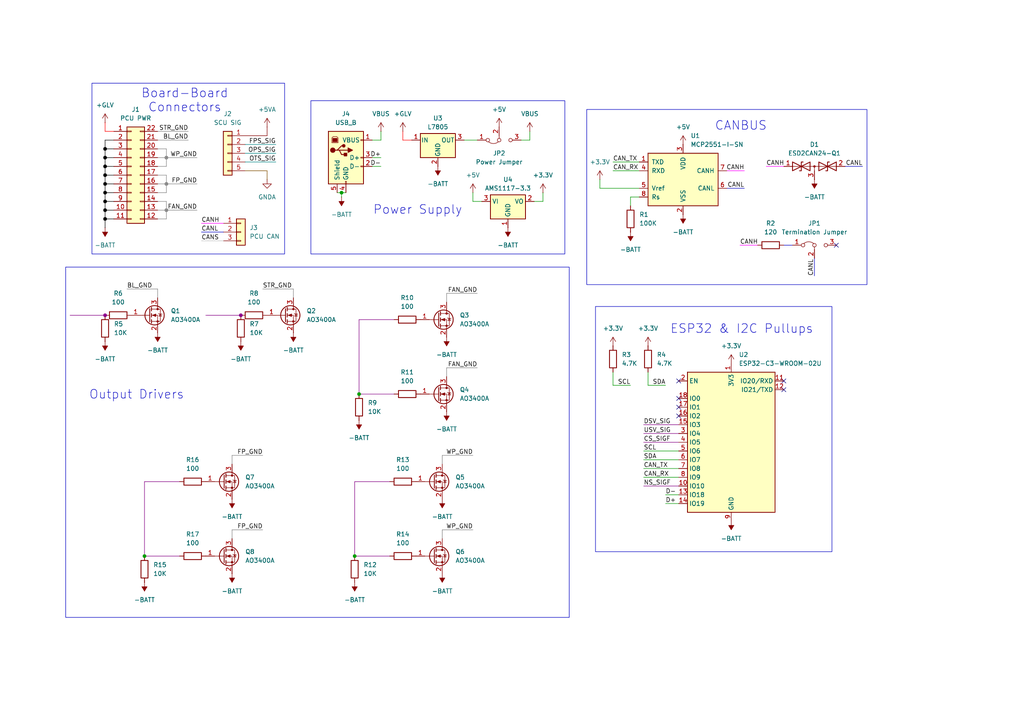
<source format=kicad_sch>
(kicad_sch (version 20231120) (generator "eeschema") (generator_version "8.0")
  (paper "A4")
  (lib_symbols
    (symbol "Connector:USB_B" (pin_names (offset 1.016))
      (property "Reference" "J" (at -5.08 11.43 0))
      (property "Value" "USB_B" (at -5.08 8.89 0))
      (symbol "USB_B_0_1"
        (rectangle (start -5.08 -7.62) (end 5.08 7.62) (stroke (width 0.254)) (fill (type background)))
        (circle (center -3.81 2.159) (radius 0.635) (stroke (width 0.254)) (fill (type outline)))
        (rectangle (start -3.81 5.588) (end -2.54 4.572) (fill (type outline)))
        (circle (center -0.635 3.429) (radius 0.381) (stroke (width 0.254)) (fill (type outline)))
        (rectangle (start -0.127 -7.62) (end 0.127 -6.858))
        (polyline (pts (xy -1.905 2.159) (xy 0.635 2.159)) (stroke (width 0.254)))
        (polyline (pts (xy -3.175 2.159) (xy -2.54 2.159) (xy -1.27 3.429) (xy -0.635 3.429)) (stroke (width 0.254)))
        (polyline (pts (xy -2.54 2.159) (xy -1.905 2.159) (xy -1.27 0.889) (xy 0 0.889)) (stroke (width 0.254)))
        (polyline (pts (xy 0.635 2.794) (xy 0.635 1.524) (xy 1.905 2.159) (xy 0.635 2.794)) (stroke (width 0.254)) (fill (type outline)))
        (polyline (pts (xy -4.064 4.318) (xy -2.286 4.318) (xy -2.286 5.715) (xy -2.667 6.096) (xy -3.683 6.096) (xy -4.064 5.715) (xy -4.064 4.318)))
        (rectangle (start 0.254 1.27) (end -0.508 0.508) (stroke (width 0.254)) (fill (type outline)))
        (rectangle (start 5.08 -2.667) (end 4.318 -2.413))
        (rectangle (start 5.08 -0.127) (end 4.318 0.127))
        (rectangle (start 5.08 4.953) (end 4.318 5.207))
      )
      (symbol "USB_B_1_1"
        (pin power_out line (at 7.62 5.08 180) (length 2.54) (name "VBUS") (number "1"))
        (pin bidirectional line (at 7.62 -2.54 180) (length 2.54) (name "D-") (number "2"))
        (pin bidirectional line (at 7.62 0 180) (length 2.54) (name "D+") (number "3"))
        (pin power_out line (at 0 -10.16 90) (length 2.54) (name "GND") (number "4"))
        (pin passive line (at -2.54 -10.16 90) (length 2.54) (name "Shield") (number "5"))
      )
    )
    (symbol "Connector_Generic:Conn_01x03" (pin_names (offset 1.016) hide)
      (property "Reference" "J" (at 0 5.08 0))
      (property "Value" "Conn_01x03" (at 0 -5.08 0))
      (symbol "Conn_01x03_1_1"
        (rectangle (start -1.27 -2.413) (end 0 -2.667) (stroke (width 0.1524)))
        (rectangle (start -1.27 0.127) (end 0 -0.127) (stroke (width 0.1524)))
        (rectangle (start -1.27 2.667) (end 0 2.413) (stroke (width 0.1524)))
        (rectangle (start -1.27 3.81) (end 1.27 -3.81) (stroke (width 0.254)) (fill (type background)))
        (pin passive line (at -5.08 2.54 0) (length 3.81) (name "Pin_1") (number "1"))
        (pin passive line (at -5.08 0 0) (length 3.81) (name "Pin_2") (number "2"))
        (pin passive line (at -5.08 -2.54 0) (length 3.81) (name "Pin_3") (number "3"))
      )
    )
    (symbol "Connector_Generic:Conn_01x05" (pin_names (offset 1.016) hide)
      (property "Reference" "J" (at 0 7.62 0))
      (property "Value" "Conn_01x05" (at 0 -7.62 0))
      (symbol "Conn_01x05_1_1"
        (rectangle (start -1.27 -4.953) (end 0 -5.207) (stroke (width 0.1524)))
        (rectangle (start -1.27 -2.413) (end 0 -2.667) (stroke (width 0.1524)))
        (rectangle (start -1.27 0.127) (end 0 -0.127) (stroke (width 0.1524)))
        (rectangle (start -1.27 2.667) (end 0 2.413) (stroke (width 0.1524)))
        (rectangle (start -1.27 5.207) (end 0 4.953) (stroke (width 0.1524)))
        (rectangle (start -1.27 6.35) (end 1.27 -6.35) (stroke (width 0.254)) (fill (type background)))
        (pin passive line (at -5.08 5.08 0) (length 3.81) (name "Pin_1") (number "1"))
        (pin passive line (at -5.08 2.54 0) (length 3.81) (name "Pin_2") (number "2"))
        (pin passive line (at -5.08 0 0) (length 3.81) (name "Pin_3") (number "3"))
        (pin passive line (at -5.08 -2.54 0) (length 3.81) (name "Pin_4") (number "4"))
        (pin passive line (at -5.08 -5.08 0) (length 3.81) (name "Pin_5") (number "5"))
      )
    )
    (symbol "Connector_Generic:Conn_02x11_Counter_Clockwise" (pin_names (offset 1.016) hide)
      (property "Reference" "J" (at 1.27 15.24 0))
      (property "Value" "Conn_02x11_Counter_Clockwise" (at 1.27 -15.24 0))
      (symbol "Conn_02x11_Counter_Clockwise_1_1"
        (rectangle (start -1.27 -12.573) (end 0 -12.827) (stroke (width 0.1524)))
        (rectangle (start -1.27 -10.033) (end 0 -10.287) (stroke (width 0.1524)))
        (rectangle (start -1.27 -7.493) (end 0 -7.747) (stroke (width 0.1524)))
        (rectangle (start -1.27 -4.953) (end 0 -5.207) (stroke (width 0.1524)))
        (rectangle (start -1.27 -2.413) (end 0 -2.667) (stroke (width 0.1524)))
        (rectangle (start -1.27 0.127) (end 0 -0.127) (stroke (width 0.1524)))
        (rectangle (start -1.27 2.667) (end 0 2.413) (stroke (width 0.1524)))
        (rectangle (start -1.27 5.207) (end 0 4.953) (stroke (width 0.1524)))
        (rectangle (start -1.27 7.747) (end 0 7.493) (stroke (width 0.1524)))
        (rectangle (start -1.27 10.287) (end 0 10.033) (stroke (width 0.1524)))
        (rectangle (start -1.27 12.827) (end 0 12.573) (stroke (width 0.1524)))
        (rectangle (start -1.27 13.97) (end 3.81 -13.97) (stroke (width 0.254)) (fill (type background)))
        (rectangle (start 3.81 -12.573) (end 2.54 -12.827) (stroke (width 0.1524)))
        (rectangle (start 3.81 -10.033) (end 2.54 -10.287) (stroke (width 0.1524)))
        (rectangle (start 3.81 -7.493) (end 2.54 -7.747) (stroke (width 0.1524)))
        (rectangle (start 3.81 -4.953) (end 2.54 -5.207) (stroke (width 0.1524)))
        (rectangle (start 3.81 -2.413) (end 2.54 -2.667) (stroke (width 0.1524)))
        (rectangle (start 3.81 0.127) (end 2.54 -0.127) (stroke (width 0.1524)))
        (rectangle (start 3.81 2.667) (end 2.54 2.413) (stroke (width 0.1524)))
        (rectangle (start 3.81 5.207) (end 2.54 4.953) (stroke (width 0.1524)))
        (rectangle (start 3.81 7.747) (end 2.54 7.493) (stroke (width 0.1524)))
        (rectangle (start 3.81 10.287) (end 2.54 10.033) (stroke (width 0.1524)))
        (rectangle (start 3.81 12.827) (end 2.54 12.573) (stroke (width 0.1524)))
        (pin passive line (at -5.08 12.7 0) (length 3.81) (name "Pin_1") (number "1"))
        (pin passive line (at -5.08 -10.16 0) (length 3.81) (name "Pin_10") (number "10"))
        (pin passive line (at -5.08 -12.7 0) (length 3.81) (name "Pin_11") (number "11"))
        (pin passive line (at 7.62 -12.7 180) (length 3.81) (name "Pin_12") (number "12"))
        (pin passive line (at 7.62 -10.16 180) (length 3.81) (name "Pin_13") (number "13"))
        (pin passive line (at 7.62 -7.62 180) (length 3.81) (name "Pin_14") (number "14"))
        (pin passive line (at 7.62 -5.08 180) (length 3.81) (name "Pin_15") (number "15"))
        (pin passive line (at 7.62 -2.54 180) (length 3.81) (name "Pin_16") (number "16"))
        (pin passive line (at 7.62 0 180) (length 3.81) (name "Pin_17") (number "17"))
        (pin passive line (at 7.62 2.54 180) (length 3.81) (name "Pin_18") (number "18"))
        (pin passive line (at 7.62 5.08 180) (length 3.81) (name "Pin_19") (number "19"))
        (pin passive line (at -5.08 10.16 0) (length 3.81) (name "Pin_2") (number "2"))
        (pin passive line (at 7.62 7.62 180) (length 3.81) (name "Pin_20") (number "20"))
        (pin passive line (at 7.62 10.16 180) (length 3.81) (name "Pin_21") (number "21"))
        (pin passive line (at 7.62 12.7 180) (length 3.81) (name "Pin_22") (number "22"))
        (pin passive line (at -5.08 7.62 0) (length 3.81) (name "Pin_3") (number "3"))
        (pin passive line (at -5.08 5.08 0) (length 3.81) (name "Pin_4") (number "4"))
        (pin passive line (at -5.08 2.54 0) (length 3.81) (name "Pin_5") (number "5"))
        (pin passive line (at -5.08 0 0) (length 3.81) (name "Pin_6") (number "6"))
        (pin passive line (at -5.08 -2.54 0) (length 3.81) (name "Pin_7") (number "7"))
        (pin passive line (at -5.08 -5.08 0) (length 3.81) (name "Pin_8") (number "8"))
        (pin passive line (at -5.08 -7.62 0) (length 3.81) (name "Pin_9") (number "9"))
      )
    )
    (symbol "Device:D_TVS_Dual_AAC" (pin_names (offset 1.016) hide)
      (property "Reference" "D" (at 0 4.445 0))
      (property "Value" "D_TVS_Dual_AAC" (at 0 2.54 0))
      (symbol "D_TVS_Dual_AAC_0_0"
        (polyline (pts (xy 0 -1.27) (xy 0 0)))
      )
      (symbol "D_TVS_Dual_AAC_0_1"
        (polyline (pts (xy -6.35 0) (xy 6.35 0)))
        (polyline (pts (xy -3.302 1.27) (xy -3.81 1.27) (xy -3.81 -1.27) (xy -4.318 -1.27)) (stroke (width 0.254)))
        (polyline (pts (xy 4.318 1.27) (xy 3.81 1.27) (xy 3.81 -1.27) (xy 3.302 -1.27)) (stroke (width 0.254)))
        (polyline (pts (xy -6.35 1.27) (xy -1.27 -1.27) (xy -1.27 1.27) (xy -6.35 -1.27) (xy -6.35 1.27)) (stroke (width 0.254)))
        (polyline (pts (xy 6.35 1.27) (xy 1.27 -1.27) (xy 1.27 1.27) (xy 6.35 -1.27) (xy 6.35 1.27)) (stroke (width 0.254)))
        (circle (center 0 0) (radius 0.254) (fill (type outline)))
      )
      (symbol "D_TVS_Dual_AAC_1_1"
        (pin passive line (at -8.89 0 0) (length 2.54) (name "A1") (number "1"))
        (pin passive line (at 8.89 0 180) (length 2.54) (name "A2") (number "2"))
        (pin passive line (at 0 -3.81 90) (length 2.54) (name "common") (number "3"))
      )
    )
    (symbol "Device:R" (pin_numbers hide) (pin_names (offset 0))
      (property "Reference" "R" (at 2.032 0 90))
      (property "Value" "R" (at 0 0 90))
      (symbol "R_0_1"
        (rectangle (start -1.016 -2.54) (end 1.016 2.54) (stroke (width 0.254)))
      )
      (symbol "R_1_1"
        (pin passive line (at 0 3.81 270) (length 1.27) (name "~") (number "1"))
        (pin passive line (at 0 -3.81 90) (length 1.27) (name "~") (number "2"))
      )
    )
    (symbol "Interface_CAN_LIN:MCP2551-I-SN" (pin_names (offset 1.016))
      (property "Reference" "U" (at -10.16 8.89 0))
      (property "Value" "MCP2551-I-SN" (at 2.54 8.89 0))
      (symbol "MCP2551-I-SN_0_1"
        (rectangle (start -10.16 7.62) (end 10.16 -7.62) (stroke (width 0.254)) (fill (type background)))
      )
      (symbol "MCP2551-I-SN_1_1"
        (pin input line (at -12.7 5.08 0) (length 2.54) (name "TXD") (number "1"))
        (pin power_in line (at 0 -10.16 90) (length 2.54) (name "VSS") (number "2"))
        (pin power_in line (at 0 10.16 270) (length 2.54) (name "VDD") (number "3"))
        (pin output line (at -12.7 2.54 0) (length 2.54) (name "RXD") (number "4"))
        (pin power_out line (at -12.7 -2.54 0) (length 2.54) (name "Vref") (number "5"))
        (pin bidirectional line (at 12.7 -2.54 180) (length 2.54) (name "CANL") (number "6"))
        (pin bidirectional line (at 12.7 2.54 180) (length 2.54) (name "CANH") (number "7"))
        (pin input line (at -12.7 -5.08 0) (length 2.54) (name "Rs") (number "8"))
      )
    )
    (symbol "Jumper:Jumper_3_Bridged12" (pin_names (offset 0) hide) (exclude_from_sim yes) (in_bom no)
      (property "Reference" "JP" (at -2.54 -2.54 0))
      (property "Value" "Jumper_3_Bridged12" (at 0 2.794 0))
      (symbol "Jumper_3_Bridged12_0_0"
        (circle (center -3.302 0) (radius 0.508))
        (circle (center 0 0) (radius 0.508))
        (circle (center 3.302 0) (radius 0.508))
      )
      (symbol "Jumper_3_Bridged12_0_1"
        (arc (start -0.254 0.508) (mid -1.651 0.9912) (end -3.048 0.508))
        (polyline (pts (xy 0 -1.27) (xy 0 -0.508)))
      )
      (symbol "Jumper_3_Bridged12_1_1"
        (pin passive line (at -6.35 0 0) (length 2.54) (name "A") (number "1"))
        (pin passive line (at 0 -3.81 90) (length 2.54) (name "C") (number "2"))
        (pin passive line (at 6.35 0 180) (length 2.54) (name "B") (number "3"))
      )
    )
    (symbol "RF_Module:ESP32-C3-WROOM-02U"
      (property "Reference" "U" (at -12.192 21.336 0))
      (property "Value" "ESP32-C3-WROOM-02U" (at 12.7 21.336 0))
      (symbol "ESP32-C3-WROOM-02U_1_1"
        (rectangle (start -12.7 20.32) (end 12.7 -20.32) (stroke (width 0.254)) (fill (type background)))
        (pin power_in line (at 0 22.86 270) (length 2.54) (name "3V3") (number "1"))
        (pin bidirectional line (at -15.24 -12.7 0) (length 2.54) (name "IO10") (number "10"))
        (pin bidirectional line (at 15.24 17.78 180) (length 2.54) (name "IO20/RXD") (number "11"))
        (pin bidirectional line (at 15.24 15.24 180) (length 2.54) (name "IO21/TXD") (number "12"))
        (pin bidirectional line (at -15.24 -15.24 0) (length 2.54) (name "IO18") (number "13"))
        (pin bidirectional line (at -15.24 -17.78 0) (length 2.54) (name "IO19") (number "14"))
        (pin bidirectional line (at -15.24 5.08 0) (length 2.54) (name "IO3") (number "15"))
        (pin bidirectional line (at -15.24 7.62 0) (length 2.54) (name "IO2") (number "16"))
        (pin bidirectional line (at -15.24 10.16 0) (length 2.54) (name "IO1") (number "17"))
        (pin bidirectional line (at -15.24 12.7 0) (length 2.54) (name "IO0") (number "18"))
        (pin passive line (at 0 -22.86 90) (length 2.54) hide (name "GND") (number "19"))
        (pin input line (at -15.24 17.78 0) (length 2.54) (name "EN") (number "2"))
        (pin bidirectional line (at -15.24 2.54 0) (length 2.54) (name "IO4") (number "3"))
        (pin bidirectional line (at -15.24 0 0) (length 2.54) (name "IO5") (number "4"))
        (pin bidirectional line (at -15.24 -2.54 0) (length 2.54) (name "IO6") (number "5"))
        (pin bidirectional line (at -15.24 -5.08 0) (length 2.54) (name "IO7") (number "6"))
        (pin bidirectional line (at -15.24 -7.62 0) (length 2.54) (name "IO8") (number "7"))
        (pin bidirectional line (at -15.24 -10.16 0) (length 2.54) (name "IO9") (number "8"))
        (pin power_in line (at 0 -22.86 90) (length 2.54) (name "GND") (number "9"))
      )
    )
    (symbol "Regulator_Linear:AMS1117-3.3"
      (property "Reference" "U" (at -3.81 3.175 0))
      (property "Value" "AMS1117-3.3" (at 0 3.175 0))
      (symbol "AMS1117-3.3_0_1"
        (rectangle (start -5.08 -5.08) (end 5.08 1.905) (stroke (width 0.254)) (fill (type background)))
      )
      (symbol "AMS1117-3.3_1_1"
        (pin power_in line (at 0 -7.62 90) (length 2.54) (name "GND") (number "1"))
        (pin power_out line (at 7.62 0 180) (length 2.54) (name "VO") (number "2"))
        (pin power_in line (at -7.62 0 0) (length 2.54) (name "VI") (number "3"))
      )
    )
    (symbol "Regulator_Linear:L7805" (pin_names (offset 0.254))
      (property "Reference" "U" (at -3.81 3.175 0))
      (property "Value" "L7805" (at 0 3.175 0))
      (symbol "L7805_0_1"
        (rectangle (start -5.08 1.905) (end 5.08 -5.08) (stroke (width 0.254)) (fill (type background)))
      )
      (symbol "L7805_1_1"
        (pin power_in line (at -7.62 0 0) (length 2.54) (name "IN") (number "1"))
        (pin power_in line (at 0 -7.62 90) (length 2.54) (name "GND") (number "2"))
        (pin power_out line (at 7.62 0 180) (length 2.54) (name "OUT") (number "3"))
      )
    )
    (symbol "Transistor_FET:AO3400A" (pin_names hide)
      (property "Reference" "Q" (at 5.08 1.905 0))
      (property "Value" "AO3400A" (at 5.08 0 0))
      (symbol "AO3400A_0_1"
        (polyline (pts (xy 0.254 0) (xy -2.54 0)))
        (polyline (pts (xy 0.254 1.905) (xy 0.254 -1.905)) (stroke (width 0.254)))
        (polyline (pts (xy 0.762 -1.27) (xy 0.762 -2.286)) (stroke (width 0.254)))
        (polyline (pts (xy 0.762 0.508) (xy 0.762 -0.508)) (stroke (width 0.254)))
        (polyline (pts (xy 0.762 2.286) (xy 0.762 1.27)) (stroke (width 0.254)))
        (polyline (pts (xy 2.54 2.54) (xy 2.54 1.778)))
        (polyline (pts (xy 2.54 -2.54) (xy 2.54 0) (xy 0.762 0)))
        (polyline (pts (xy 0.762 -1.778) (xy 3.302 -1.778) (xy 3.302 1.778) (xy 0.762 1.778)))
        (polyline (pts (xy 1.016 0) (xy 2.032 0.381) (xy 2.032 -0.381) (xy 1.016 0)) (fill (type outline)))
        (polyline (pts (xy 2.794 0.508) (xy 2.921 0.381) (xy 3.683 0.381) (xy 3.81 0.254)))
        (polyline (pts (xy 3.302 0.381) (xy 2.921 -0.254) (xy 3.683 -0.254) (xy 3.302 0.381)))
        (circle (center 1.651 0) (radius 2.794) (stroke (width 0.254)))
        (circle (center 2.54 -1.778) (radius 0.254) (fill (type outline)))
        (circle (center 2.54 1.778) (radius 0.254) (fill (type outline)))
      )
      (symbol "AO3400A_1_1"
        (pin input line (at -5.08 0 0) (length 2.54) (name "G") (number "1"))
        (pin passive line (at 2.54 -5.08 90) (length 2.54) (name "S") (number "2"))
        (pin passive line (at 2.54 5.08 270) (length 2.54) (name "D") (number "3"))
      )
    )
    (symbol "power:+3.3V" (power) (pin_numbers hide) (pin_names (offset 0) hide)
      (property "Value" "+3.3V" (at 0 3.556 0))
      (symbol "+3.3V_0_1"
        (polyline (pts (xy -0.762 1.27) (xy 0 2.54)))
        (polyline (pts (xy 0 0) (xy 0 2.54)))
        (polyline (pts (xy 0 2.54) (xy 0.762 1.27)))
      )
      (symbol "+3.3V_1_1"
        (pin power_in line (at 0 0 90) (length 0) (name "~") (number "1"))
      )
    )
    (symbol "power:+5V" (power) (pin_numbers hide) (pin_names (offset 0) hide)
      (property "Value" "+5V" (at 0 3.556 0))
      (symbol "+5V_0_1"
        (polyline (pts (xy -0.762 1.27) (xy 0 2.54)))
        (polyline (pts (xy 0 0) (xy 0 2.54)))
        (polyline (pts (xy 0 2.54) (xy 0.762 1.27)))
      )
      (symbol "+5V_1_1"
        (pin power_in line (at 0 0 90) (length 0) (name "~") (number "1"))
      )
    )
    (symbol "power:+5VA" (power) (pin_numbers hide) (pin_names (offset 0) hide)
      (property "Value" "+5VA" (at 0 3.556 0))
      (symbol "+5VA_0_1"
        (polyline (pts (xy -0.762 1.27) (xy 0 2.54)))
        (polyline (pts (xy 0 0) (xy 0 2.54)))
        (polyline (pts (xy 0 2.54) (xy 0.762 1.27)))
      )
      (symbol "+5VA_1_1"
        (pin power_in line (at 0 0 90) (length 0) (name "~") (number "1"))
      )
    )
    (symbol "power:+VSW" (power) (pin_numbers hide) (pin_names (offset 0) hide)
      (property "Value" "+VSW" (at 0 3.556 0))
      (symbol "+VSW_0_1"
        (polyline (pts (xy -0.762 1.27) (xy 0 2.54)))
        (polyline (pts (xy 0 0) (xy 0 2.54)))
        (polyline (pts (xy 0 2.54) (xy 0.762 1.27)))
      )
      (symbol "+VSW_1_1"
        (pin power_in line (at 0 0 90) (length 0) (name "~") (number "1"))
      )
    )
    (symbol "power:-BATT" (power) (pin_numbers hide) (pin_names (offset 0) hide)
      (property "Value" "-BATT" (at 0 3.556 0))
      (symbol "-BATT_0_1"
        (polyline (pts (xy 0 0) (xy 0 2.54)))
        (polyline (pts (xy 0.762 1.27) (xy -0.762 1.27) (xy 0 2.54) (xy 0.762 1.27)) (fill (type outline)))
      )
      (symbol "-BATT_1_1"
        (pin power_in line (at 0 0 90) (length 0) (name "~") (number "1"))
      )
    )
    (symbol "power:GNDA" (power) (pin_numbers hide) (pin_names (offset 0) hide)
      (property "Value" "GNDA" (at 0 -3.81 0))
      (symbol "GNDA_0_1"
        (polyline (pts (xy 0 0) (xy 0 -1.27) (xy 1.27 -1.27) (xy 0 -2.54) (xy -1.27 -1.27) (xy 0 -1.27)))
      )
      (symbol "GNDA_1_1"
        (pin power_in line (at 0 0 270) (length 0) (name "~") (number "1"))
      )
    )
    (symbol "power:VBUS" (power) (pin_numbers hide) (pin_names (offset 0) hide)
      (property "Value" "VBUS" (at 0 3.556 0))
      (symbol "VBUS_0_1"
        (polyline (pts (xy -0.762 1.27) (xy 0 2.54)))
        (polyline (pts (xy 0 0) (xy 0 2.54)))
        (polyline (pts (xy 0 2.54) (xy 0.762 1.27)))
      )
      (symbol "VBUS_1_1"
        (pin power_in line (at 0 0 90) (length 0) (name "~") (number "1"))
      )
    )
  )
  (junction (at 48.26 45.72) (color 132 132 132 1))
  (junction (at 48.26 60.96) (color 132 132 132 1))
  (junction (at 30.48 58.42) (color 0 0 0 1))
  (junction (at 30.48 63.5) (color 0 0 0 1))
  (junction (at 99.06 55.88))
  (junction (at 30.48 53.34) (color 0 0 0 1))
  (junction (at 69.85 91.44) (color 132 0 132 1))
  (junction (at 30.48 55.88) (color 0 0 0 1))
  (junction (at 30.48 48.26) (color 0 0 0 1))
  (junction (at 102.87 161.29))
  (junction (at 48.26 53.34) (color 132 132 132 1))
  (junction (at 41.91 161.29))
  (junction (at 30.48 45.72) (color 0 0 0 1))
  (junction (at 30.48 43.18) (color 0 0 0 1))
  (junction (at 30.48 91.44) (color 132 0 132 1))
  (junction (at 30.48 60.96) (color 0 0 0 1))
  (junction (at 104.14 114.3))
  (junction (at 30.48 50.8) (color 0 0 0 1))
  (no_connect (at 196.85 110.49))
  (no_connect (at 196.85 118.11))
  (no_connect (at 242.57 71.12))
  (no_connect (at 196.85 120.65))
  (no_connect (at 227.33 110.49))
  (no_connect (at 196.85 115.57))
  (no_connect (at 227.33 113.03))
  (wire (pts (xy 48.26 45.72) (xy 48.26 48.26)) (stroke (width 0) (color 132 132 132 1)))
  (wire (pts (xy 67.31 132.08) (xy 67.31 134.62)) (stroke (width 0) (color 132 132 132 1)))
  (wire (pts (xy 48.26 63.5) (xy 45.72 63.5)) (stroke (width 0) (color 132 132 132 1)))
  (wire (pts (xy 54.61 38.1) (xy 45.72 38.1)) (stroke (width 0) (color 132 132 132 1)))
  (wire (pts (xy 30.48 63.5) (xy 33.02 63.5)) (stroke (width 0) (color 0 0 0 1)))
  (wire (pts (xy 41.91 139.7) (xy 41.91 161.29)) (stroke (width 0) (color 132 0 132 1)))
  (wire (pts (xy 30.48 63.5) (xy 30.48 60.96)) (stroke (width 0) (color 0 0 0 1)))
  (wire (pts (xy 210.82 54.61) (xy 215.9 54.61)) (stroke (width 0) (color 0 0 194 1)))
  (wire (pts (xy 36.83 83.82) (xy 45.72 83.82)) (stroke (width 0) (color 132 132 132 1)))
  (wire (pts (xy 173.99 52.07) (xy 173.99 54.61)))
  (wire (pts (xy 107.95 40.64) (xy 110.49 40.64)))
  (wire (pts (xy 182.88 59.69) (xy 182.88 57.15)))
  (wire (pts (xy 30.48 48.26) (xy 33.02 48.26)) (stroke (width 0) (color 0 0 0 1)))
  (wire (pts (xy 30.48 58.42) (xy 30.48 55.88)) (stroke (width 0) (color 0 0 0 1)))
  (wire (pts (xy 30.48 38.1) (xy 33.02 38.1)) (stroke (width 0) (color 255 0 0 1)))
  (wire (pts (xy 227.33 71.12) (xy 229.87 71.12)) (stroke (width 0) (color 0 0 194 1)))
  (wire (pts (xy 48.26 48.26) (xy 45.72 48.26)) (stroke (width 0) (color 132 132 132 1)))
  (wire (pts (xy 30.48 45.72) (xy 30.48 43.18)) (stroke (width 0) (color 0 0 0 1)))
  (wire (pts (xy 64.77 69.85) (xy 58.42 69.85)) (stroke (width 0) (color 194 194 194 1)))
  (wire (pts (xy 182.88 111.76) (xy 177.8 111.76)))
  (wire (pts (xy 157.48 58.42) (xy 157.48 55.88)))
  (wire (pts (xy 54.61 40.64) (xy 45.72 40.64)) (stroke (width 0) (color 132 132 132 1)))
  (wire (pts (xy 186.69 123.19) (xy 196.85 123.19)) (stroke (width 0) (color 132 0 132 1)))
  (wire (pts (xy 48.26 53.34) (xy 57.15 53.34)) (stroke (width 0) (color 132 132 132 1)))
  (wire (pts (xy 116.84 40.64) (xy 119.38 40.64)) (stroke (width 0) (color 255 0 0 1)))
  (wire (pts (xy 128.27 132.08) (xy 128.27 134.62)) (stroke (width 0) (color 132 132 132 1)))
  (wire (pts (xy 186.69 130.81) (xy 196.85 130.81)))
  (wire (pts (xy 177.8 111.76) (xy 177.8 107.95)))
  (wire (pts (xy 116.84 40.64) (xy 116.84 38.1)) (stroke (width 0) (color 255 0 0 1)))
  (wire (pts (xy 187.96 111.76) (xy 187.96 107.95)))
  (wire (pts (xy 77.47 49.53) (xy 71.12 49.53)) (stroke (width 0) (color 128 77 0 1)))
  (wire (pts (xy 193.04 146.05) (xy 196.85 146.05)))
  (wire (pts (xy 129.54 85.09) (xy 129.54 87.63)) (stroke (width 0) (color 132 132 132 1)))
  (wire (pts (xy 177.8 46.99) (xy 185.42 46.99)))
  (wire (pts (xy 76.2 83.82) (xy 85.09 83.82)) (stroke (width 0) (color 132 132 132 1)))
  (wire (pts (xy 48.26 53.34) (xy 45.72 53.34)) (stroke (width 0) (color 132 132 132 1)))
  (wire (pts (xy 134.62 40.64) (xy 138.43 40.64)))
  (wire (pts (xy 48.26 55.88) (xy 45.72 55.88)) (stroke (width 0) (color 132 132 132 1)))
  (wire (pts (xy 97.79 55.88) (xy 99.06 55.88)))
  (wire (pts (xy 71.12 46.99) (xy 80.01 46.99)) (stroke (width 0) (color 0 132 132 1)))
  (wire (pts (xy 186.69 133.35) (xy 196.85 133.35)))
  (wire (pts (xy 48.26 45.72) (xy 45.72 45.72)) (stroke (width 0) (color 132 132 132 1)))
  (wire (pts (xy 71.12 41.91) (xy 80.01 41.91)) (stroke (width 0) (color 0 132 132 1)))
  (wire (pts (xy 48.26 43.18) (xy 45.72 43.18)) (stroke (width 0) (color 132 132 132 1)))
  (wire (pts (xy 99.06 55.88) (xy 100.33 55.88)))
  (wire (pts (xy 30.48 53.34) (xy 30.48 50.8)) (stroke (width 0) (color 0 0 0 1)))
  (wire (pts (xy 219.71 71.12) (xy 214.63 71.12)) (stroke (width 0) (color 255 0 255 1)))
  (wire (pts (xy 48.26 58.42) (xy 48.26 60.96)) (stroke (width 0) (color 132 132 132 1)))
  (wire (pts (xy 48.26 50.8) (xy 48.26 53.34)) (stroke (width 0) (color 132 132 132 1)))
  (wire (pts (xy 41.91 139.7) (xy 52.07 139.7)) (stroke (width 0) (color 132 0 132 1)))
  (wire (pts (xy 104.14 114.3) (xy 114.3 114.3)) (stroke (width 0) (color 132 0 132 1)))
  (wire (pts (xy 193.04 143.51) (xy 196.85 143.51)))
  (wire (pts (xy 137.16 55.88) (xy 137.16 58.42)))
  (wire (pts (xy 128.27 153.67) (xy 128.27 156.21)) (stroke (width 0) (color 132 132 132 1)))
  (wire (pts (xy 137.16 58.42) (xy 139.7 58.42)))
  (wire (pts (xy 245.11 48.26) (xy 250.19 48.26)) (stroke (width 0) (color 0 0 194 1)))
  (wire (pts (xy 67.31 153.67) (xy 76.2 153.67)) (stroke (width 0) (color 132 132 132 1)))
  (wire (pts (xy 48.26 45.72) (xy 57.15 45.72)) (stroke (width 0) (color 132 132 132 1)))
  (wire (pts (xy 128.27 132.08) (xy 137.16 132.08)) (stroke (width 0) (color 132 132 132 1)))
  (wire (pts (xy 102.87 139.7) (xy 102.87 161.29)) (stroke (width 0) (color 132 0 132 1)))
  (wire (pts (xy 186.69 138.43) (xy 196.85 138.43)))
  (wire (pts (xy 227.33 48.26) (xy 222.25 48.26)) (stroke (width 0) (color 255 0 255 1)))
  (wire (pts (xy 30.48 35.56) (xy 30.48 38.1)) (stroke (width 0) (color 255 0 0 1)))
  (wire (pts (xy 30.48 50.8) (xy 30.48 48.26)) (stroke (width 0) (color 0 0 0 1)))
  (wire (pts (xy 110.49 40.64) (xy 110.49 38.1)))
  (wire (pts (xy 110.49 45.72) (xy 107.95 45.72)))
  (wire (pts (xy 48.26 58.42) (xy 45.72 58.42)) (stroke (width 0) (color 132 132 132 1)))
  (wire (pts (xy 41.91 161.29) (xy 52.07 161.29)) (stroke (width 0) (color 132 0 132 1)))
  (wire (pts (xy 102.87 139.7) (xy 113.03 139.7)) (stroke (width 0) (color 132 0 132 1)))
  (wire (pts (xy 196.85 128.27) (xy 186.69 128.27)) (stroke (width 0) (color 132 0 132 1)))
  (wire (pts (xy 30.48 66.04) (xy 30.48 63.5)) (stroke (width 0) (color 0 0 0 1)))
  (wire (pts (xy 99.06 55.88) (xy 99.06 57.15)))
  (wire (pts (xy 48.26 60.96) (xy 48.26 63.5)) (stroke (width 0) (color 132 132 132 1)))
  (wire (pts (xy 210.82 49.53) (xy 215.9 49.53)) (stroke (width 0) (color 255 0 255 1)))
  (wire (pts (xy 30.48 58.42) (xy 33.02 58.42)) (stroke (width 0) (color 0 0 0 1)))
  (wire (pts (xy 30.48 55.88) (xy 30.48 53.34)) (stroke (width 0) (color 0 0 0 1)))
  (wire (pts (xy 67.31 153.67) (xy 67.31 156.21)) (stroke (width 0) (color 132 132 132 1)))
  (wire (pts (xy 154.94 58.42) (xy 157.48 58.42)))
  (wire (pts (xy 186.69 125.73) (xy 196.85 125.73)) (stroke (width 0) (color 132 0 132 1)))
  (wire (pts (xy 67.31 132.08) (xy 76.2 132.08)) (stroke (width 0) (color 132 132 132 1)))
  (wire (pts (xy 77.47 39.37) (xy 77.47 36.83)) (stroke (width 0) (color 132 0 0 1)))
  (wire (pts (xy 77.47 52.07) (xy 77.47 49.53)) (stroke (width 0) (color 128 77 0 1)))
  (wire (pts (xy 153.67 40.64) (xy 153.67 38.1)))
  (wire (pts (xy 30.48 50.8) (xy 33.02 50.8)) (stroke (width 0) (color 0 0 0 1)))
  (wire (pts (xy 102.87 161.29) (xy 113.03 161.29)) (stroke (width 0) (color 132 0 132 1)))
  (wire (pts (xy 196.85 140.97) (xy 186.69 140.97)) (stroke (width 0) (color 132 0 132 1)))
  (wire (pts (xy 104.14 92.71) (xy 104.14 114.3)) (stroke (width 0) (color 132 0 132 1)))
  (wire (pts (xy 48.26 60.96) (xy 45.72 60.96)) (stroke (width 0) (color 132 132 132 1)))
  (wire (pts (xy 85.09 83.82) (xy 85.09 86.36)) (stroke (width 0) (color 132 132 132 1)))
  (wire (pts (xy 182.88 57.15) (xy 185.42 57.15)))
  (wire (pts (xy 138.43 106.68) (xy 129.54 106.68)) (stroke (width 0) (color 132 132 132 1)))
  (wire (pts (xy 64.77 64.77) (xy 58.42 64.77)) (stroke (width 0) (color 255 0 255 1)))
  (wire (pts (xy 48.26 50.8) (xy 45.72 50.8)) (stroke (width 0) (color 132 132 132 1)))
  (wire (pts (xy 30.48 55.88) (xy 33.02 55.88)) (stroke (width 0) (color 0 0 0 1)))
  (wire (pts (xy 187.96 111.76) (xy 193.04 111.76)))
  (wire (pts (xy 151.13 40.64) (xy 153.67 40.64)))
  (wire (pts (xy 173.99 54.61) (xy 185.42 54.61)))
  (wire (pts (xy 20.32 91.44) (xy 30.48 91.44)) (stroke (width 0) (color 132 0 132 1)))
  (wire (pts (xy 48.26 53.34) (xy 48.26 55.88)) (stroke (width 0) (color 132 132 132 1)))
  (wire (pts (xy 45.72 83.82) (xy 45.72 86.36)) (stroke (width 0) (color 132 132 132 1)))
  (wire (pts (xy 129.54 106.68) (xy 129.54 109.22)) (stroke (width 0) (color 132 132 132 1)))
  (wire (pts (xy 138.43 85.09) (xy 129.54 85.09)) (stroke (width 0) (color 132 132 132 1)))
  (wire (pts (xy 30.48 60.96) (xy 33.02 60.96)) (stroke (width 0) (color 0 0 0 1)))
  (wire (pts (xy 30.48 48.26) (xy 30.48 45.72)) (stroke (width 0) (color 0 0 0 1)))
  (wire (pts (xy 71.12 39.37) (xy 77.47 39.37)) (stroke (width 0) (color 132 0 0 1)))
  (wire (pts (xy 59.69 91.44) (xy 69.85 91.44)) (stroke (width 0) (color 132 0 132 1)))
  (wire (pts (xy 104.14 92.71) (xy 114.3 92.71)) (stroke (width 0) (color 132 0 132 1)))
  (wire (pts (xy 186.69 135.89) (xy 196.85 135.89)))
  (wire (pts (xy 236.22 74.93) (xy 236.22 80.01)) (stroke (width 0) (color 0 0 194 1)))
  (wire (pts (xy 71.12 44.45) (xy 80.01 44.45)) (stroke (width 0) (color 0 132 132 1)))
  (wire (pts (xy 30.48 60.96) (xy 30.48 58.42)) (stroke (width 0) (color 0 0 0 1)))
  (wire (pts (xy 30.48 43.18) (xy 33.02 43.18)) (stroke (width 0) (color 0 0 0 1)))
  (wire (pts (xy 128.27 153.67) (xy 137.16 153.67)) (stroke (width 0) (color 132 132 132 1)))
  (wire (pts (xy 64.77 67.31) (xy 58.42 67.31)) (stroke (width 0) (color 0 0 194 1)))
  (wire (pts (xy 30.48 43.18) (xy 30.48 40.64)) (stroke (width 0) (color 0 0 0 1)))
  (wire (pts (xy 30.48 45.72) (xy 33.02 45.72)) (stroke (width 0) (color 0 0 0 1)))
  (wire (pts (xy 48.26 60.96) (xy 57.15 60.96)) (stroke (width 0) (color 132 132 132 1)))
  (wire (pts (xy 30.48 40.64) (xy 33.02 40.64)) (stroke (width 0) (color 0 0 0 1)))
  (wire (pts (xy 30.48 53.34) (xy 33.02 53.34)) (stroke (width 0) (color 0 0 0 1)))
  (wire (pts (xy 110.49 48.26) (xy 107.95 48.26)))
  (wire (pts (xy 48.26 43.18) (xy 48.26 45.72)) (stroke (width 0) (color 132 132 132 1)))
  (wire (pts (xy 177.8 49.53) (xy 185.42 49.53)))
  (rectangle (start 172.72 88.9) (end 241.3 160.02))
  (rectangle (start 170.18 31.75) (end 251.46 82.55))
  (rectangle (start 90.17 29.21) (end 163.83 73.66))
  (rectangle (start 26.67 24.13) (end 82.55 73.66))
  (rectangle (start 19.05 77.47) (end 165.1 179.07))
  (text "Output Drivers" (at 39.624 114.554 0) (effects (font (size 2.54 2.54))))
  (text "Board-Board\nConnectors" (at 53.594 29.21 0) (effects (font (size 2.54 2.54))))
  (text "ESP32 & I2C Pullups" (at 215.138 95.504 0) (effects (font (size 2.54 2.54))))
  (text "CANBUS" (at 214.884 36.576 0) (effects (font (size 2.54 2.54))))
  (text "Power Supply" (at 121.158 60.96 0) (effects (font (size 2.54 2.54))))
  (label "CAN_RX" (at 186.69 138.43 0))
  (label "SCL" (at 182.88 111.76 180))
  (label "DSV_SIG" (at 186.69 123.19 0))
  (label "CANL" (at 236.22 80.01 90))
  (label "STR_GND" (at 54.61 38.1 180))
  (label "OTS_SIG" (at 80.01 46.99 180))
  (label "CANL" (at 250.19 48.26 180))
  (label "CANS" (at 58.42 69.85 0))
  (label "CAN_RX" (at 177.8 49.53 0))
  (label "CANL" (at 58.42 67.31 0))
  (label "FP_GND" (at 57.15 53.34 180))
  (label "USV_SIG" (at 186.69 125.73 0))
  (label "CANH" (at 214.63 71.12 0))
  (label "FAN_GND" (at 138.43 106.68 180))
  (label "SDA" (at 193.04 111.76 180))
  (label "SCL" (at 186.69 130.81 0))
  (label "CANL" (at 215.9 54.61 180))
  (label "CANH" (at 222.25 48.26 0))
  (label "CAN_TX" (at 186.69 135.89 0))
  (label "FAN_GND" (at 57.15 60.96 180))
  (label "STR_GND" (at 76.2 83.82 0))
  (label "D-" (at 110.49 48.26 180))
  (label "FP_GND" (at 76.2 153.67 180))
  (label "FPS_SIG" (at 80.01 41.91 180))
  (label "CANH" (at 58.42 64.77 0))
  (label "CS_SIGF" (at 186.69 128.27 0))
  (label "WP_GND" (at 137.16 132.08 180))
  (label "NS_SIGF" (at 186.69 140.97 0))
  (label "WP_GND" (at 137.16 153.67 180))
  (label "FP_GND" (at 76.2 132.08 180))
  (label "OPS_SIG" (at 80.01 44.45 180))
  (label "D+" (at 110.49 45.72 180))
  (label "D-" (at 193.04 143.51 0))
  (label "BL_GND" (at 54.61 40.64 180))
  (label "FAN_GND" (at 138.43 85.09 180))
  (label "CANH" (at 215.9 49.53 180))
  (label "CAN_TX" (at 177.8 46.99 0))
  (label "SDA" (at 186.69 133.35 0))
  (label "WP_GND" (at 57.15 45.72 180))
  (label "D+" (at 193.04 146.05 0))
  (label "BL_GND" (at 36.83 83.82 0))
  (symbol (lib_id "Jumper:Jumper_3_Bridged12") (at 144.78 40.64 0) (mirror x) (unit 1) (exclude_from_sim yes) (in_bom no)
    (property "Reference" "JP2" (at 144.78 44.45 0))
    (property "Value" "Power Jumper" (at 144.78 46.99 0))
    (property "Footprint" "Connector_PinHeader_2.54mm:PinHeader_1x03_P2.54mm_Vertical" (effects (hide yes)))
    (property "Description" "Jumper, 3-pole, pins 1+2 closed/bridged" (effects (hide yes)))
  )
  (symbol (lib_id "Transistor_FET:AO3400A") (at 43.18 91.44 0) (unit 1)
    (property "Reference" "Q1" (at 49.53 90.1699 0) (effects (justify left)))
    (property "Value" "AO3400A" (at 49.53 92.7099 0) (effects (justify left)))
    (property "Footprint" "Package_TO_SOT_SMD:SOT-23" (effects (hide yes)))
    (property "Datasheet" "http://www.aosmd.com/pdfs/datasheet/AO3400A.pdf" (effects (hide yes)))
    (property "Description" "30V Vds, 5.7A Id, N-Channel MOSFET, SOT-23" (effects (hide yes)))
  )
  (symbol (lib_id "Device:R") (at 182.88 63.5 0) (unit 1)
    (property "Reference" "R1" (at 185.42 62.2299 0) (effects (justify left)))
    (property "Value" "100K" (at 185.42 64.7699 0) (effects (justify left)))
    (property "Description" "Resistor" (effects (hide yes)))
  )
  (symbol (lib_id "Device:R") (at 73.66 91.44 270) (unit 1)
    (property "Reference" "R8" (at 73.66 85.09 90))
    (property "Value" "100" (at 73.66 87.63 90))
    (property "Footprint" "Resistor_SMD:R_0603_1608Metric" (effects (hide yes)))
    (property "Description" "Resistor" (effects (hide yes)))
  )
  (symbol (lib_id "power:-BATT") (at 30.48 66.04 180) (unit 1)
    (property "Reference" "#PWR02" (effects (hide yes)))
    (property "Value" "-BATT" (at 30.48 71.12 0))
    (property "Description" "Power symbol creates a global label with name \"-BATT\"" (effects (hide yes)))
  )
  (symbol (lib_id "Transistor_FET:AO3400A") (at 125.73 139.7 0) (unit 1)
    (property "Reference" "Q5" (at 132.08 138.4299 0) (effects (justify left)))
    (property "Value" "AO3400A" (at 132.08 140.9699 0) (effects (justify left)))
    (property "Footprint" "Package_TO_SOT_SMD:SOT-23" (effects (hide yes)))
    (property "Datasheet" "http://www.aosmd.com/pdfs/datasheet/AO3400A.pdf" (effects (hide yes)))
    (property "Description" "30V Vds, 5.7A Id, N-Channel MOSFET, SOT-23" (effects (hide yes)))
  )
  (symbol (lib_id "Device:R") (at 55.88 161.29 270) (unit 1)
    (property "Reference" "R17" (at 55.88 154.94 90))
    (property "Value" "100" (at 55.88 157.48 90))
    (property "Footprint" "Resistor_SMD:R_0603_1608Metric" (effects (hide yes)))
    (property "Description" "Resistor" (effects (hide yes)))
  )
  (symbol (lib_id "power:VBUS") (at 110.49 38.1 0) (unit 1)
    (property "Reference" "#PWR015" (effects (hide yes)))
    (property "Value" "VBUS" (at 110.49 33.02 0))
    (property "Description" "Power symbol creates a global label with name \"VBUS\"" (effects (hide yes)))
  )
  (symbol (lib_id "Regulator_Linear:AMS1117-3.3") (at 147.32 58.42 0) (unit 1)
    (property "Reference" "U4" (at 147.32 52.07 0))
    (property "Value" "AMS1117-3.3" (at 147.32 54.61 0))
    (property "Footprint" "Package_TO_SOT_SMD:SOT-223-3_TabPin2" (effects (hide yes)))
    (property "Datasheet" "http://www.advanced-monolithic.com/pdf/ds1117.pdf" (effects (hide yes)))
    (property "Description" "1A Low Dropout regulator, positive, 3.3V fixed output, SOT-223" (effects (hide yes)))
  )
  (symbol (lib_id "Device:R") (at 116.84 161.29 270) (unit 1)
    (property "Reference" "R14" (at 116.84 154.94 90))
    (property "Value" "100" (at 116.84 157.48 90))
    (property "Footprint" "Resistor_SMD:R_0603_1608Metric" (effects (hide yes)))
    (property "Description" "Resistor" (effects (hide yes)))
  )
  (symbol (lib_id "Device:R") (at 30.48 95.25 180) (unit 1)
    (property "Reference" "R5" (at 33.02 93.9799 0) (effects (justify right)))
    (property "Value" "10K" (at 33.02 96.5199 0) (effects (justify right)))
    (property "Footprint" "Resistor_SMD:R_0603_1608Metric" (effects (hide yes)))
    (property "Description" "Resistor" (effects (hide yes)))
  )
  (symbol (lib_id "Connector_Generic:Conn_01x05") (at 66.04 44.45 0) (mirror y) (unit 1)
    (property "Reference" "J2" (at 66.04 33.02 0))
    (property "Value" "SCU SIG" (at 66.04 35.56 0))
    (property "Footprint" "Connector_PinSocket_2.54mm:PinSocket_1x05_P2.54mm_Vertical" (effects (hide yes)))
    (property "Description" "Generic connector, single row, 01x05, script generated (kicad-library-utils/schlib/autogen/connector/)" (effects (hide yes)))
  )
  (symbol (lib_id "power:+5VA") (at 77.47 36.83 0) (unit 1)
    (property "Reference" "#PWR03" (effects (hide yes)))
    (property "Value" "+5VA" (at 77.47 31.75 0))
    (property "Description" "Power symbol creates a global label with name \"+5VA\"" (effects (hide yes)))
  )
  (symbol (lib_id "power:-BATT") (at 147.32 66.04 0) (mirror x) (unit 1)
    (property "Reference" "#PWR020" (effects (hide yes)))
    (property "Value" "-BATT" (at 147.32 71.12 0))
    (property "Description" "Power symbol creates a global label with name \"-BATT\"" (effects (hide yes)))
  )
  (symbol (lib_id "RF_Module:ESP32-C3-WROOM-02U") (at 212.09 128.27 0) (unit 1)
    (property "Reference" "U2" (at 214.2841 102.87 0) (effects (justify left)))
    (property "Value" "ESP32-C3-WROOM-02U" (at 214.2841 105.41 0) (effects (justify left)))
    (property "Footprint" "RF_Module:ESP32-C3-WROOM-02U" (effects (hide yes)))
    (property "Datasheet" "https://www.espressif.com/sites/default/files/documentation/esp32-c3-wroom-02_datasheet_en.pdf" (effects (hide yes)))
    (property "Description" "802.11 b/g/n Wi­Fi and Bluetooth 5 module, ESP32­C3 SoC, RISC­V microprocessor, On-board antenna" (effects (hide yes)))
  )
  (symbol (lib_id "power:+5V") (at 144.78 36.83 0) (unit 1)
    (property "Reference" "#PWR019" (effects (hide yes)))
    (property "Value" "+5V" (at 144.78 31.75 0))
    (property "Description" "Power symbol creates a global label with name \"+5V\"" (effects (hide yes)))
  )
  (symbol (lib_id "power:-BATT") (at 182.88 67.31 0) (mirror x) (unit 1)
    (property "Reference" "#PWR06" (effects (hide yes)))
    (property "Value" "-BATT" (at 182.88 72.39 0))
    (property "Description" "Power symbol creates a global label with name \"-BATT\"" (effects (hide yes)))
  )
  (symbol (lib_id "Transistor_FET:AO3400A") (at 64.77 139.7 0) (unit 1)
    (property "Reference" "Q7" (at 71.12 138.4299 0) (effects (justify left)))
    (property "Value" "AO3400A" (at 71.12 140.9699 0) (effects (justify left)))
    (property "Footprint" "Package_TO_SOT_SMD:SOT-23" (effects (hide yes)))
    (property "Datasheet" "http://www.aosmd.com/pdfs/datasheet/AO3400A.pdf" (effects (hide yes)))
    (property "Description" "30V Vds, 5.7A Id, N-Channel MOSFET, SOT-23" (effects (hide yes)))
  )
  (symbol (lib_id "Device:R") (at 102.87 165.1 180) (unit 1)
    (property "Reference" "R12" (at 105.41 163.8299 0) (effects (justify right)))
    (property "Value" "10K" (at 105.41 166.3699 0) (effects (justify right)))
    (property "Footprint" "Resistor_SMD:R_0603_1608Metric" (effects (hide yes)))
    (property "Description" "Resistor" (effects (hide yes)))
  )
  (symbol (lib_id "Device:R") (at 116.84 139.7 270) (unit 1)
    (property "Reference" "R13" (at 116.84 133.35 90))
    (property "Value" "100" (at 116.84 135.89 90))
    (property "Footprint" "Resistor_SMD:R_0603_1608Metric" (effects (hide yes)))
    (property "Description" "Resistor" (effects (hide yes)))
  )
  (symbol (lib_id "power:+VSW") (at 116.84 38.1 0) (unit 1)
    (property "Reference" "#PWR016" (effects (hide yes)))
    (property "Value" "+GLV" (at 116.84 33.02 0))
    (property "Description" "Power symbol creates a global label with name \"+VSW\"" (effects (hide yes)))
  )
  (symbol (lib_id "power:-BATT") (at 30.48 99.06 180) (unit 1)
    (property "Reference" "#PWR023" (effects (hide yes)))
    (property "Value" "-BATT" (at 30.48 104.14 0))
    (property "Description" "Power symbol creates a global label with name \"-BATT\"" (effects (hide yes)))
  )
  (symbol (lib_id "power:-BATT") (at 236.22 52.07 0) (mirror x) (unit 1)
    (property "Reference" "#PWR09" (effects (hide yes)))
    (property "Value" "-BATT" (at 236.22 57.15 0))
    (property "Description" "Power symbol creates a global label with name \"-BATT\"" (effects (hide yes)))
  )
  (symbol (lib_id "power:-BATT") (at 45.72 96.52 180) (unit 1)
    (property "Reference" "#PWR024" (effects (hide yes)))
    (property "Value" "-BATT" (at 45.72 101.6 0))
    (property "Description" "Power symbol creates a global label with name \"-BATT\"" (effects (hide yes)))
  )
  (symbol (lib_id "power:+VSW") (at 30.48 35.56 0) (unit 1)
    (property "Reference" "#PWR01" (effects (hide yes)))
    (property "Value" "+GLV" (at 30.48 30.48 0))
    (property "Description" "Power symbol creates a global label with name \"+VSW\"" (effects (hide yes)))
  )
  (symbol (lib_id "power:-BATT") (at 67.31 144.78 180) (unit 1)
    (property "Reference" "#PWR034" (effects (hide yes)))
    (property "Value" "-BATT" (at 67.31 149.86 0))
    (property "Description" "Power symbol creates a global label with name \"-BATT\"" (effects (hide yes)))
  )
  (symbol (lib_id "Device:R") (at 55.88 139.7 270) (unit 1)
    (property "Reference" "R16" (at 55.88 133.35 90))
    (property "Value" "100" (at 55.88 135.89 90))
    (property "Footprint" "Resistor_SMD:R_0603_1608Metric" (effects (hide yes)))
    (property "Description" "Resistor" (effects (hide yes)))
  )
  (symbol (lib_id "power:+3.3V") (at 157.48 55.88 0) (unit 1)
    (property "Reference" "#PWR022" (effects (hide yes)))
    (property "Value" "+3.3V" (at 157.48 50.8 0))
    (property "Description" "Power symbol creates a global label with name \"+3.3V\"" (effects (hide yes)))
  )
  (symbol (lib_id "Connector:USB_B") (at 100.33 45.72 0) (unit 1)
    (property "Reference" "J4" (at 100.33 33.02 0))
    (property "Value" "USB_B" (at 100.33 35.56 0))
    (property "Footprint" "Connector_USB:USB_B_TE_5787834_Vertical" (effects (hide yes)))
    (property "Description" "USB Type B connector" (effects (hide yes)))
  )
  (symbol (lib_id "Connector_Generic:Conn_02x11_Counter_Clockwise") (at 38.1 50.8 0) (unit 1)
    (property "Reference" "J1" (at 39.37 31.75 0))
    (property "Value" "PCU PWR" (at 39.37 34.29 0))
    (property "Footprint" "Connector_PinSocket_2.54mm:PinSocket_2x11_P2.54mm_Vertical" (effects (hide yes)))
    (property "Description" "Generic connector, double row, 02x11, counter clockwise pin numbering scheme (similar to DIP package numbering), script generated (kicad-library-utils/schlib/autogen/connector/)" (effects (hide yes)))
  )
  (symbol (lib_id "Device:R") (at 118.11 92.71 270) (unit 1)
    (property "Reference" "R10" (at 118.11 86.36 90))
    (property "Value" "100" (at 118.11 88.9 90))
    (property "Footprint" "Resistor_SMD:R_0603_1608Metric" (effects (hide yes)))
    (property "Description" "Resistor" (effects (hide yes)))
  )
  (symbol (lib_id "power:+3.3V") (at 173.99 52.07 0) (unit 1)
    (property "Reference" "#PWR05" (effects (hide yes)))
    (property "Value" "+3.3V" (at 173.99 46.99 0))
    (property "Description" "Power symbol creates a global label with name \"+3.3V\"" (effects (hide yes)))
  )
  (symbol (lib_id "Device:R") (at 69.85 95.25 180) (unit 1)
    (property "Reference" "R7" (at 72.39 93.9799 0) (effects (justify right)))
    (property "Value" "10K" (at 72.39 96.5199 0) (effects (justify right)))
    (property "Footprint" "Resistor_SMD:R_0603_1608Metric" (effects (hide yes)))
    (property "Description" "Resistor" (effects (hide yes)))
  )
  (symbol (lib_id "Device:R") (at 187.96 104.14 0) (unit 1)
    (property "Reference" "R4" (at 190.5 102.8699 0) (effects (justify left)))
    (property "Value" "4.7K" (at 190.5 105.4099 0) (effects (justify left)))
    (property "Footprint" "Resistor_SMD:R_0603_1608Metric" (effects (hide yes)))
    (property "Description" "Resistor" (effects (hide yes)))
  )
  (symbol (lib_id "power:-BATT") (at 129.54 119.38 180) (unit 1)
    (property "Reference" "#PWR029" (effects (hide yes)))
    (property "Value" "-BATT" (at 129.54 124.46 0))
    (property "Description" "Power symbol creates a global label with name \"-BATT\"" (effects (hide yes)))
  )
  (symbol (lib_id "power:-BATT") (at 198.12 62.23 0) (mirror x) (unit 1)
    (property "Reference" "#PWR08" (effects (hide yes)))
    (property "Value" "-BATT" (at 198.12 67.31 0))
    (property "Description" "Power symbol creates a global label with name \"-BATT\"" (effects (hide yes)))
  )
  (symbol (lib_id "Regulator_Linear:L7805") (at 127 40.64 0) (unit 1)
    (property "Reference" "U3" (at 127 34.29 0))
    (property "Value" "L7805" (at 127 36.83 0))
    (property "Footprint" "Package_TO_SOT_SMD:TO-252-2" (effects (hide yes)))
    (property "Datasheet" "http://www.st.com/content/ccc/resource/technical/document/datasheet/41/4f/b3/b0/12/d4/47/88/CD00000444.pdf/files/CD00000444.pdf/jcr:content/translations/en.CD00000444.pdf" (effects (hide yes)))
    (property "Description" "Positive 1.5A 35V Linear Regulator, Fixed Output 5V, TO-220/TO-263/TO-252" (effects (hide yes)))
  )
  (symbol (lib_id "Interface_CAN_LIN:MCP2551-I-SN") (at 198.12 52.07 0) (unit 1)
    (property "Reference" "U1" (at 200.3141 39.37 0) (effects (justify left)))
    (property "Value" "MCP2551-I-SN" (at 200.3141 41.91 0) (effects (justify left)))
    (property "Footprint" "Package_SO:SOIC-8_3.9x4.9mm_P1.27mm" (effects (hide yes)))
    (property "Datasheet" "http://ww1.microchip.com/downloads/en/devicedoc/21667d.pdf" (effects (hide yes)))
    (property "Description" "High-Speed CAN Transceiver, 1Mbps, 5V supply, SOIC-8" (effects (hide yes)))
  )
  (symbol (lib_id "Device:R") (at 41.91 165.1 180) (unit 1)
    (property "Reference" "R15" (at 44.45 163.8299 0) (effects (justify right)))
    (property "Value" "10K" (at 44.45 166.3699 0) (effects (justify right)))
    (property "Footprint" "Resistor_SMD:R_0603_1608Metric" (effects (hide yes)))
    (property "Description" "Resistor" (effects (hide yes)))
  )
  (symbol (lib_id "power:VBUS") (at 153.67 38.1 0) (unit 1)
    (property "Reference" "#PWR021" (effects (hide yes)))
    (property "Value" "VBUS" (at 153.67 33.02 0))
    (property "Description" "Power symbol creates a global label with name \"VBUS\"" (effects (hide yes)))
  )
  (symbol (lib_id "Transistor_FET:AO3400A") (at 82.55 91.44 0) (unit 1)
    (property "Reference" "Q2" (at 88.9 90.1699 0) (effects (justify left)))
    (property "Value" "AO3400A" (at 88.9 92.7099 0) (effects (justify left)))
    (property "Footprint" "Package_TO_SOT_SMD:SOT-23" (effects (hide yes)))
    (property "Datasheet" "http://www.aosmd.com/pdfs/datasheet/AO3400A.pdf" (effects (hide yes)))
    (property "Description" "30V Vds, 5.7A Id, N-Channel MOSFET, SOT-23" (effects (hide yes)))
  )
  (symbol (lib_id "power:-BATT") (at 85.09 96.52 180) (unit 1)
    (property "Reference" "#PWR026" (effects (hide yes)))
    (property "Value" "-BATT" (at 85.09 101.6 0))
    (property "Description" "Power symbol creates a global label with name \"-BATT\"" (effects (hide yes)))
  )
  (symbol (lib_id "Jumper:Jumper_3_Bridged12") (at 236.22 71.12 0) (unit 1) (exclude_from_sim yes) (in_bom no)
    (property "Reference" "JP1" (at 236.22 64.77 0))
    (property "Value" "Termination Jumper" (at 236.22 67.31 0))
    (property "Footprint" "Connector_PinHeader_2.54mm:PinHeader_1x03_P2.54mm_Vertical" (effects (hide yes)))
    (property "Description" "Jumper, 3-pole, pins 1+2 closed/bridged" (effects (hide yes)))
  )
  (symbol (lib_id "Device:R") (at 118.11 114.3 270) (unit 1)
    (property "Reference" "R11" (at 118.11 107.95 90))
    (property "Value" "100" (at 118.11 110.49 90))
    (property "Footprint" "Resistor_SMD:R_0603_1608Metric" (effects (hide yes)))
    (property "Description" "Resistor" (effects (hide yes)))
  )
  (symbol (lib_id "power:+3.3V") (at 212.09 105.41 0) (unit 1)
    (property "Reference" "#PWR012" (effects (hide yes)))
    (property "Value" "+3.3V" (at 212.09 100.33 0))
    (property "Description" "Power symbol creates a global label with name \"+3.3V\"" (effects (hide yes)))
  )
  (symbol (lib_id "power:-BATT") (at 128.27 166.37 180) (unit 1)
    (property "Reference" "#PWR032" (effects (hide yes)))
    (property "Value" "-BATT" (at 128.27 171.45 0))
    (property "Description" "Power symbol creates a global label with name \"-BATT\"" (effects (hide yes)))
  )
  (symbol (lib_id "power:-BATT") (at 127 48.26 0) (mirror x) (unit 1)
    (property "Reference" "#PWR017" (effects (hide yes)))
    (property "Value" "-BATT" (at 127 53.34 0))
    (property "Description" "Power symbol creates a global label with name \"-BATT\"" (effects (hide yes)))
  )
  (symbol (lib_id "power:-BATT") (at 67.31 166.37 180) (unit 1)
    (property "Reference" "#PWR035" (effects (hide yes)))
    (property "Value" "-BATT" (at 67.31 171.45 0))
    (property "Description" "Power symbol creates a global label with name \"-BATT\"" (effects (hide yes)))
  )
  (symbol (lib_id "power:-BATT") (at 69.85 99.06 180) (unit 1)
    (property "Reference" "#PWR025" (effects (hide yes)))
    (property "Value" "-BATT" (at 69.85 104.14 0))
    (property "Description" "Power symbol creates a global label with name \"-BATT\"" (effects (hide yes)))
  )
  (symbol (lib_id "power:+5V") (at 137.16 55.88 0) (unit 1)
    (property "Reference" "#PWR018" (effects (hide yes)))
    (property "Value" "+5V" (at 137.16 50.8 0))
    (property "Description" "Power symbol creates a global label with name \"+5V\"" (effects (hide yes)))
  )
  (symbol (lib_id "Device:R") (at 34.29 91.44 270) (unit 1)
    (property "Reference" "R6" (at 34.29 85.09 90))
    (property "Value" "100" (at 34.29 87.63 90))
    (property "Footprint" "Resistor_SMD:R_0603_1608Metric" (effects (hide yes)))
    (property "Description" "Resistor" (effects (hide yes)))
  )
  (symbol (lib_id "Device:R") (at 223.52 71.12 90) (unit 1)
    (property "Reference" "R2" (at 223.52 64.77 90))
    (property "Value" "120" (at 223.52 67.31 90))
    (property "Footprint" "Resistor_SMD:R_0603_1608Metric" (effects (hide yes)))
    (property "Description" "Resistor" (effects (hide yes)))
  )
  (symbol (lib_id "Transistor_FET:AO3400A") (at 127 114.3 0) (unit 1)
    (property "Reference" "Q4" (at 133.35 113.0299 0) (effects (justify left)))
    (property "Value" "AO3400A" (at 133.35 115.5699 0) (effects (justify left)))
    (property "Footprint" "Package_TO_SOT_SMD:SOT-23" (effects (hide yes)))
    (property "Datasheet" "http://www.aosmd.com/pdfs/datasheet/AO3400A.pdf" (effects (hide yes)))
    (property "Description" "30V Vds, 5.7A Id, N-Channel MOSFET, SOT-23" (effects (hide yes)))
  )
  (symbol (lib_id "power:+3.3V") (at 187.96 100.33 0) (unit 1)
    (property "Reference" "#PWR011" (effects (hide yes)))
    (property "Value" "+3.3V" (at 187.96 95.25 0))
    (property "Description" "Power symbol creates a global label with name \"+3.3V\"" (effects (hide yes)))
  )
  (symbol (lib_id "Connector_Generic:Conn_01x03") (at 69.85 67.31 0) (unit 1)
    (property "Reference" "J3" (at 72.39 66.0399 0) (effects (justify left)))
    (property "Value" "PCU CAN" (at 72.39 68.5799 0) (effects (justify left)))
    (property "Footprint" "Connector_PinSocket_2.54mm:PinSocket_1x03_P2.54mm_Vertical" (effects (hide yes)))
    (property "Description" "Generic connector, single row, 01x03, script generated (kicad-library-utils/schlib/autogen/connector/)" (effects (hide yes)))
  )
  (symbol (lib_id "power:+3.3V") (at 177.8 100.33 0) (unit 1)
    (property "Reference" "#PWR010" (effects (hide yes)))
    (property "Value" "+3.3V" (at 177.8 95.25 0))
    (property "Description" "Power symbol creates a global label with name \"+3.3V\"" (effects (hide yes)))
  )
  (symbol (lib_id "Device:R") (at 104.14 118.11 180) (unit 1)
    (property "Reference" "R9" (at 106.68 116.8399 0) (effects (justify right)))
    (property "Value" "10K" (at 106.68 119.3799 0) (effects (justify right)))
    (property "Footprint" "Resistor_SMD:R_0603_1608Metric" (effects (hide yes)))
    (property "Description" "Resistor" (effects (hide yes)))
  )
  (symbol (lib_id "Device:R") (at 177.8 104.14 0) (unit 1)
    (property "Reference" "R3" (at 180.34 102.8699 0) (effects (justify left)))
    (property "Value" "4.7K" (at 180.34 105.4099 0) (effects (justify left)))
    (property "Footprint" "Resistor_SMD:R_0603_1608Metric" (effects (hide yes)))
    (property "Description" "Resistor" (effects (hide yes)))
  )
  (symbol (lib_id "power:-BATT") (at 128.27 144.78 180) (unit 1)
    (property "Reference" "#PWR031" (effects (hide yes)))
    (property "Value" "-BATT" (at 128.27 149.86 0))
    (property "Description" "Power symbol creates a global label with name \"-BATT\"" (effects (hide yes)))
  )
  (symbol (lib_id "power:-BATT") (at 41.91 168.91 180) (unit 1)
    (property "Reference" "#PWR033" (effects (hide yes)))
    (property "Value" "-BATT" (at 41.91 173.99 0))
    (property "Description" "Power symbol creates a global label with name \"-BATT\"" (effects (hide yes)))
  )
  (symbol (lib_id "Device:D_TVS_Dual_AAC") (at 236.22 48.26 0) (unit 1)
    (property "Reference" "D1" (at 236.22 41.91 0))
    (property "Value" "ESD2CAN24-Q1" (at 236.22 44.45 0))
    (property "Footprint" "Package_TO_SOT_SMD:SOT-23-3" (effects (hide yes)))
    (property "Description" "Bidirectional dual transient-voltage-suppression diode, center on pin 3" (effects (hide yes)))
  )
  (symbol (lib_id "power:-BATT") (at 102.87 168.91 180) (unit 1)
    (property "Reference" "#PWR030" (effects (hide yes)))
    (property "Value" "-BATT" (at 102.87 173.99 0))
    (property "Description" "Power symbol creates a global label with name \"-BATT\"" (effects (hide yes)))
  )
  (symbol (lib_id "power:GNDA") (at 77.47 52.07 0) (unit 1)
    (property "Reference" "#PWR04" (effects (hide yes)))
    (property "Value" "GNDA" (at 77.47 57.15 0))
    (property "Description" "Power symbol creates a global label with name \"GNDA\" , analog ground" (effects (hide yes)))
  )
  (symbol (lib_id "power:-BATT") (at 212.09 151.13 0) (mirror x) (unit 1)
    (property "Reference" "#PWR013" (effects (hide yes)))
    (property "Value" "-BATT" (at 212.09 156.21 0))
    (property "Description" "Power symbol creates a global label with name \"-BATT\"" (effects (hide yes)))
  )
  (symbol (lib_id "Transistor_FET:AO3400A") (at 127 92.71 0) (unit 1)
    (property "Reference" "Q3" (at 133.35 91.4399 0) (effects (justify left)))
    (property "Value" "AO3400A" (at 133.35 93.9799 0) (effects (justify left)))
    (property "Footprint" "Package_TO_SOT_SMD:SOT-23" (effects (hide yes)))
    (property "Datasheet" "http://www.aosmd.com/pdfs/datasheet/AO3400A.pdf" (effects (hide yes)))
    (property "Description" "30V Vds, 5.7A Id, N-Channel MOSFET, SOT-23" (effects (hide yes)))
  )
  (symbol (lib_id "power:-BATT") (at 104.14 121.92 180) (unit 1)
    (property "Reference" "#PWR027" (effects (hide yes)))
    (property "Value" "-BATT" (at 104.14 127 0))
    (property "Description" "Power symbol creates a global label with name \"-BATT\"" (effects (hide yes)))
  )
  (symbol (lib_id "power:-BATT") (at 99.06 57.15 0) (mirror x) (unit 1)
    (property "Reference" "#PWR014" (effects (hide yes)))
    (property "Value" "-BATT" (at 99.06 62.23 0))
    (property "Description" "Power symbol creates a global label with name \"-BATT\"" (effects (hide yes)))
  )
  (symbol (lib_id "power:-BATT") (at 129.54 97.79 180) (unit 1)
    (property "Reference" "#PWR028" (effects (hide yes)))
    (property "Value" "-BATT" (at 129.54 102.87 0))
    (property "Description" "Power symbol creates a global label with name \"-BATT\"" (effects (hide yes)))
  )
  (symbol (lib_id "Transistor_FET:AO3400A") (at 64.77 161.29 0) (unit 1)
    (property "Reference" "Q8" (at 71.12 160.0199 0) (effects (justify left)))
    (property "Value" "AO3400A" (at 71.12 162.5599 0) (effects (justify left)))
    (property "Footprint" "Package_TO_SOT_SMD:SOT-23" (effects (hide yes)))
    (property "Datasheet" "http://www.aosmd.com/pdfs/datasheet/AO3400A.pdf" (effects (hide yes)))
    (property "Description" "30V Vds, 5.7A Id, N-Channel MOSFET, SOT-23" (effects (hide yes)))
  )
  (symbol (lib_id "power:+5V") (at 198.12 41.91 0) (unit 1)
    (property "Reference" "#PWR07" (effects (hide yes)))
    (property "Value" "+5V" (at 198.12 36.83 0))
    (property "Description" "Power symbol creates a global label with name \"+5V\"" (effects (hide yes)))
  )
  (symbol (lib_id "Transistor_FET:AO3400A") (at 125.73 161.29 0) (unit 1)
    (property "Reference" "Q6" (at 132.08 160.0199 0) (effects (justify left)))
    (property "Value" "AO3400A" (at 132.08 162.5599 0) (effects (justify left)))
    (property "Footprint" "Package_TO_SOT_SMD:SOT-23" (effects (hide yes)))
    (property "Datasheet" "http://www.aosmd.com/pdfs/datasheet/AO3400A.pdf" (effects (hide yes)))
    (property "Description" "30V Vds, 5.7A Id, N-Channel MOSFET, SOT-23" (effects (hide yes)))
  )
)
</source>
